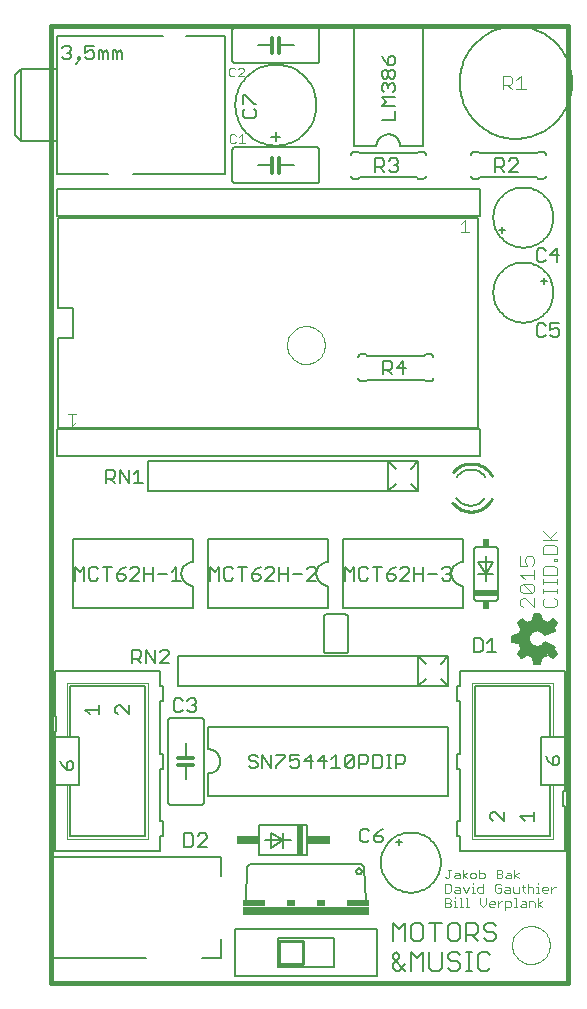
<source format=gto>
G75*
%MOIN*%
%OFA0B0*%
%FSLAX24Y24*%
%IPPOS*%
%LPD*%
%AMOC8*
5,1,8,0,0,1.08239X$1,22.5*
%
%ADD10C,0.0160*%
%ADD11C,0.0000*%
%ADD12C,0.0050*%
%ADD13C,0.0030*%
%ADD14C,0.0040*%
%ADD15C,0.0060*%
%ADD16C,0.0120*%
%ADD17C,0.0080*%
%ADD18C,0.0100*%
%ADD19R,0.4200X0.0300*%
%ADD20R,0.0750X0.0200*%
%ADD21R,0.0300X0.0200*%
%ADD22C,0.0020*%
%ADD23R,0.0200X0.1000*%
%ADD24R,0.0750X0.0300*%
%ADD25R,0.0800X0.0200*%
%ADD26R,0.0200X0.0250*%
D10*
X001330Y000595D02*
X001330Y032466D01*
X018575Y032466D01*
X018575Y000595D01*
X001330Y000595D01*
D11*
X009200Y021845D02*
X009202Y021895D01*
X009208Y021945D01*
X009218Y021994D01*
X009232Y022042D01*
X009249Y022089D01*
X009270Y022134D01*
X009295Y022178D01*
X009323Y022219D01*
X009355Y022258D01*
X009389Y022295D01*
X009426Y022329D01*
X009466Y022359D01*
X009508Y022386D01*
X009552Y022410D01*
X009598Y022431D01*
X009645Y022447D01*
X009693Y022460D01*
X009743Y022469D01*
X009792Y022474D01*
X009843Y022475D01*
X009893Y022472D01*
X009942Y022465D01*
X009991Y022454D01*
X010039Y022439D01*
X010085Y022421D01*
X010130Y022399D01*
X010173Y022373D01*
X010214Y022344D01*
X010253Y022312D01*
X010289Y022277D01*
X010321Y022239D01*
X010351Y022199D01*
X010378Y022156D01*
X010401Y022112D01*
X010420Y022066D01*
X010436Y022018D01*
X010448Y021969D01*
X010456Y021920D01*
X010460Y021870D01*
X010460Y021820D01*
X010456Y021770D01*
X010448Y021721D01*
X010436Y021672D01*
X010420Y021624D01*
X010401Y021578D01*
X010378Y021534D01*
X010351Y021491D01*
X010321Y021451D01*
X010289Y021413D01*
X010253Y021378D01*
X010214Y021346D01*
X010173Y021317D01*
X010130Y021291D01*
X010085Y021269D01*
X010039Y021251D01*
X009991Y021236D01*
X009942Y021225D01*
X009893Y021218D01*
X009843Y021215D01*
X009792Y021216D01*
X009743Y021221D01*
X009693Y021230D01*
X009645Y021243D01*
X009598Y021259D01*
X009552Y021280D01*
X009508Y021304D01*
X009466Y021331D01*
X009426Y021361D01*
X009389Y021395D01*
X009355Y021432D01*
X009323Y021471D01*
X009295Y021512D01*
X009270Y021556D01*
X009249Y021601D01*
X009232Y021648D01*
X009218Y021696D01*
X009208Y021745D01*
X009202Y021795D01*
X009200Y021845D01*
X016700Y001845D02*
X016702Y001895D01*
X016708Y001945D01*
X016718Y001994D01*
X016732Y002042D01*
X016749Y002089D01*
X016770Y002134D01*
X016795Y002178D01*
X016823Y002219D01*
X016855Y002258D01*
X016889Y002295D01*
X016926Y002329D01*
X016966Y002359D01*
X017008Y002386D01*
X017052Y002410D01*
X017098Y002431D01*
X017145Y002447D01*
X017193Y002460D01*
X017243Y002469D01*
X017292Y002474D01*
X017343Y002475D01*
X017393Y002472D01*
X017442Y002465D01*
X017491Y002454D01*
X017539Y002439D01*
X017585Y002421D01*
X017630Y002399D01*
X017673Y002373D01*
X017714Y002344D01*
X017753Y002312D01*
X017789Y002277D01*
X017821Y002239D01*
X017851Y002199D01*
X017878Y002156D01*
X017901Y002112D01*
X017920Y002066D01*
X017936Y002018D01*
X017948Y001969D01*
X017956Y001920D01*
X017960Y001870D01*
X017960Y001820D01*
X017956Y001770D01*
X017948Y001721D01*
X017936Y001672D01*
X017920Y001624D01*
X017901Y001578D01*
X017878Y001534D01*
X017851Y001491D01*
X017821Y001451D01*
X017789Y001413D01*
X017753Y001378D01*
X017714Y001346D01*
X017673Y001317D01*
X017630Y001291D01*
X017585Y001269D01*
X017539Y001251D01*
X017491Y001236D01*
X017442Y001225D01*
X017393Y001218D01*
X017343Y001215D01*
X017292Y001216D01*
X017243Y001221D01*
X017193Y001230D01*
X017145Y001243D01*
X017098Y001259D01*
X017052Y001280D01*
X017008Y001304D01*
X016966Y001331D01*
X016926Y001361D01*
X016889Y001395D01*
X016855Y001432D01*
X016823Y001471D01*
X016795Y001512D01*
X016770Y001556D01*
X016749Y001601D01*
X016732Y001648D01*
X016718Y001696D01*
X016708Y001745D01*
X016702Y001795D01*
X016700Y001845D01*
D12*
X016176Y002087D02*
X016074Y001985D01*
X015870Y001985D01*
X015769Y002087D01*
X015568Y001985D02*
X015364Y002189D01*
X015466Y002189D02*
X015161Y002189D01*
X015161Y001985D02*
X015161Y002596D01*
X015466Y002596D01*
X015568Y002494D01*
X015568Y002290D01*
X015466Y002189D01*
X015769Y002392D02*
X015870Y002290D01*
X016074Y002290D01*
X016176Y002189D01*
X016176Y002087D01*
X016176Y002494D02*
X016074Y002596D01*
X015870Y002596D01*
X015769Y002494D01*
X015769Y002392D01*
X015668Y001606D02*
X015566Y001504D01*
X015566Y001097D01*
X015668Y000995D01*
X015871Y000995D01*
X015973Y001097D01*
X015973Y001504D02*
X015871Y001606D01*
X015668Y001606D01*
X015364Y001606D02*
X015161Y001606D01*
X015263Y001606D02*
X015263Y000995D01*
X015364Y000995D02*
X015161Y000995D01*
X014960Y001097D02*
X014858Y000995D01*
X014655Y000995D01*
X014553Y001097D01*
X014352Y001097D02*
X014251Y000995D01*
X014047Y000995D01*
X013945Y001097D01*
X013945Y001606D01*
X013745Y001606D02*
X013745Y000995D01*
X013338Y000995D02*
X013338Y001606D01*
X013541Y001402D01*
X013745Y001606D01*
X013643Y001985D02*
X013439Y001985D01*
X013338Y002087D01*
X013338Y002494D01*
X013439Y002596D01*
X013643Y002596D01*
X013745Y002494D01*
X013745Y002087D01*
X013643Y001985D01*
X014149Y001985D02*
X014149Y002596D01*
X014352Y002596D02*
X013945Y002596D01*
X014553Y002494D02*
X014553Y002087D01*
X014655Y001985D01*
X014858Y001985D01*
X014960Y002087D01*
X014960Y002494D01*
X014858Y002596D01*
X014655Y002596D01*
X014553Y002494D01*
X014655Y001606D02*
X014553Y001504D01*
X014553Y001402D01*
X014655Y001300D01*
X014858Y001300D01*
X014960Y001199D01*
X014960Y001097D01*
X014960Y001504D02*
X014858Y001606D01*
X014655Y001606D01*
X014352Y001606D02*
X014352Y001097D01*
X013137Y001199D02*
X012934Y000995D01*
X012832Y000995D01*
X012730Y001097D01*
X012730Y001199D01*
X012934Y001402D01*
X012934Y001504D01*
X012832Y001606D01*
X012730Y001504D01*
X012730Y001402D01*
X013137Y000995D01*
X013137Y001985D02*
X013137Y002596D01*
X012934Y002392D01*
X012730Y002596D01*
X012730Y001985D01*
X011830Y003295D02*
X011780Y004445D01*
X011680Y004545D01*
X007980Y004545D01*
X007880Y004445D01*
X007830Y003295D01*
X006530Y005120D02*
X006230Y005120D01*
X006530Y005420D01*
X006530Y005495D01*
X006455Y005570D01*
X006305Y005570D01*
X006230Y005495D01*
X006070Y005495D02*
X005995Y005570D01*
X005770Y005570D01*
X005770Y005120D01*
X005995Y005120D01*
X006070Y005195D01*
X006070Y005495D01*
X007994Y007745D02*
X007919Y007820D01*
X007994Y007745D02*
X008145Y007745D01*
X008220Y007820D01*
X008220Y007895D01*
X008145Y007970D01*
X007994Y007970D01*
X007919Y008045D01*
X007919Y008120D01*
X007994Y008195D01*
X008145Y008195D01*
X008220Y008120D01*
X008380Y008195D02*
X008680Y007745D01*
X008680Y008195D01*
X008840Y008195D02*
X009140Y008195D01*
X009140Y008120D01*
X008840Y007820D01*
X008840Y007745D01*
X009301Y007820D02*
X009376Y007745D01*
X009526Y007745D01*
X009601Y007820D01*
X009601Y007970D01*
X009526Y008045D01*
X009451Y008045D01*
X009301Y007970D01*
X009301Y008195D01*
X009601Y008195D01*
X009761Y007970D02*
X010061Y007970D01*
X010221Y007970D02*
X010522Y007970D01*
X010682Y008045D02*
X010832Y008195D01*
X010832Y007745D01*
X010682Y007745D02*
X010982Y007745D01*
X011142Y007820D02*
X011142Y008120D01*
X011217Y008195D01*
X011367Y008195D01*
X011442Y008120D01*
X011142Y007820D01*
X011217Y007745D01*
X011367Y007745D01*
X011442Y007820D01*
X011442Y008120D01*
X011603Y008195D02*
X011828Y008195D01*
X011903Y008120D01*
X011903Y007970D01*
X011828Y007895D01*
X011603Y007895D01*
X011603Y007745D02*
X011603Y008195D01*
X012063Y008195D02*
X012063Y007745D01*
X012288Y007745D01*
X012363Y007820D01*
X012363Y008120D01*
X012288Y008195D01*
X012063Y008195D01*
X012523Y008195D02*
X012673Y008195D01*
X012598Y008195D02*
X012598Y007745D01*
X012523Y007745D02*
X012673Y007745D01*
X012830Y007745D02*
X012830Y008195D01*
X013055Y008195D01*
X013130Y008120D01*
X013130Y007970D01*
X013055Y007895D01*
X012830Y007895D01*
X012405Y005720D02*
X012255Y005645D01*
X012105Y005495D01*
X012330Y005495D01*
X012405Y005420D01*
X012405Y005345D01*
X012330Y005270D01*
X012180Y005270D01*
X012105Y005345D01*
X012105Y005495D01*
X011945Y005345D02*
X011870Y005270D01*
X011720Y005270D01*
X011645Y005345D01*
X011645Y005645D01*
X011720Y005720D01*
X011870Y005720D01*
X011945Y005645D01*
X011500Y004305D02*
X011502Y004325D01*
X011508Y004343D01*
X011517Y004361D01*
X011529Y004376D01*
X011544Y004388D01*
X011562Y004397D01*
X011580Y004403D01*
X011600Y004405D01*
X011620Y004403D01*
X011638Y004397D01*
X011656Y004388D01*
X011671Y004376D01*
X011683Y004361D01*
X011692Y004343D01*
X011698Y004325D01*
X011700Y004305D01*
X011698Y004285D01*
X011692Y004267D01*
X011683Y004249D01*
X011671Y004234D01*
X011656Y004222D01*
X011638Y004213D01*
X011620Y004207D01*
X011600Y004205D01*
X011580Y004207D01*
X011562Y004213D01*
X011544Y004222D01*
X011529Y004234D01*
X011517Y004249D01*
X011508Y004267D01*
X011502Y004285D01*
X011500Y004305D01*
X010447Y007745D02*
X010447Y008195D01*
X010221Y007970D01*
X009986Y007745D02*
X009986Y008195D01*
X009761Y007970D01*
X008380Y007745D02*
X008380Y008195D01*
X006180Y009695D02*
X006105Y009620D01*
X005955Y009620D01*
X005880Y009695D01*
X005720Y009695D02*
X005645Y009620D01*
X005495Y009620D01*
X005420Y009695D01*
X005420Y009995D01*
X005495Y010070D01*
X005645Y010070D01*
X005720Y009995D01*
X005880Y009995D02*
X005955Y010070D01*
X006105Y010070D01*
X006180Y009995D01*
X006180Y009920D01*
X006105Y009845D01*
X006180Y009770D01*
X006180Y009695D01*
X006105Y009845D02*
X006030Y009845D01*
X005260Y011245D02*
X004960Y011245D01*
X005260Y011545D01*
X005260Y011620D01*
X005185Y011695D01*
X005035Y011695D01*
X004960Y011620D01*
X004800Y011695D02*
X004800Y011245D01*
X004500Y011695D01*
X004500Y011245D01*
X004340Y011245D02*
X004190Y011395D01*
X004265Y011395D02*
X004039Y011395D01*
X004039Y011245D02*
X004039Y011695D01*
X004265Y011695D01*
X004340Y011620D01*
X004340Y011470D01*
X004265Y011395D01*
X003930Y009835D02*
X003930Y009535D01*
X003630Y009835D01*
X003555Y009835D01*
X003480Y009760D01*
X003480Y009610D01*
X003555Y009535D01*
X002930Y009535D02*
X002930Y009835D01*
X002930Y009685D02*
X002480Y009685D01*
X002630Y009535D01*
X002005Y007985D02*
X001930Y007985D01*
X001855Y007910D01*
X001855Y007685D01*
X002005Y007685D01*
X002080Y007760D01*
X002080Y007910D01*
X002005Y007985D01*
X001705Y007835D02*
X001855Y007685D01*
X001705Y007835D02*
X001630Y007985D01*
X002138Y013995D02*
X002138Y014445D01*
X002289Y014295D01*
X002439Y014445D01*
X002439Y013995D01*
X002599Y014070D02*
X002599Y014370D01*
X002674Y014445D01*
X002824Y014445D01*
X002899Y014370D01*
X003059Y014445D02*
X003359Y014445D01*
X003209Y014445D02*
X003209Y013995D01*
X002899Y014070D02*
X002824Y013995D01*
X002674Y013995D01*
X002599Y014070D01*
X003520Y014070D02*
X003595Y013995D01*
X003745Y013995D01*
X003820Y014070D01*
X003820Y014145D01*
X003745Y014220D01*
X003520Y014220D01*
X003520Y014070D01*
X003520Y014220D02*
X003670Y014370D01*
X003820Y014445D01*
X003980Y014370D02*
X004055Y014445D01*
X004205Y014445D01*
X004280Y014370D01*
X004280Y014295D01*
X003980Y013995D01*
X004280Y013995D01*
X004440Y013995D02*
X004440Y014445D01*
X004440Y014220D02*
X004741Y014220D01*
X004901Y014220D02*
X005201Y014220D01*
X005361Y014295D02*
X005511Y014445D01*
X005511Y013995D01*
X005361Y013995D02*
X005661Y013995D01*
X006638Y013995D02*
X006638Y014445D01*
X006789Y014295D01*
X006939Y014445D01*
X006939Y013995D01*
X007099Y014070D02*
X007174Y013995D01*
X007324Y013995D01*
X007399Y014070D01*
X007399Y014370D02*
X007324Y014445D01*
X007174Y014445D01*
X007099Y014370D01*
X007099Y014070D01*
X007559Y014445D02*
X007859Y014445D01*
X007709Y014445D02*
X007709Y013995D01*
X008020Y014070D02*
X008095Y013995D01*
X008245Y013995D01*
X008320Y014070D01*
X008320Y014145D01*
X008245Y014220D01*
X008020Y014220D01*
X008020Y014070D01*
X008020Y014220D02*
X008170Y014370D01*
X008320Y014445D01*
X008480Y014370D02*
X008555Y014445D01*
X008705Y014445D01*
X008780Y014370D01*
X008780Y014295D01*
X008480Y013995D01*
X008780Y013995D01*
X008940Y013995D02*
X008940Y014445D01*
X008940Y014220D02*
X009241Y014220D01*
X009401Y014220D02*
X009701Y014220D01*
X009861Y014370D02*
X009936Y014445D01*
X010086Y014445D01*
X010161Y014370D01*
X010161Y014295D01*
X009861Y013995D01*
X010161Y013995D01*
X011138Y013995D02*
X011138Y014445D01*
X011289Y014295D01*
X011439Y014445D01*
X011439Y013995D01*
X011599Y014070D02*
X011674Y013995D01*
X011824Y013995D01*
X011899Y014070D01*
X011899Y014370D02*
X011824Y014445D01*
X011674Y014445D01*
X011599Y014370D01*
X011599Y014070D01*
X012059Y014445D02*
X012359Y014445D01*
X012209Y014445D02*
X012209Y013995D01*
X012520Y014070D02*
X012595Y013995D01*
X012745Y013995D01*
X012820Y014070D01*
X012820Y014145D01*
X012745Y014220D01*
X012520Y014220D01*
X012520Y014070D01*
X012520Y014220D02*
X012670Y014370D01*
X012820Y014445D01*
X012980Y014370D02*
X013055Y014445D01*
X013205Y014445D01*
X013280Y014370D01*
X013280Y014295D01*
X012980Y013995D01*
X013280Y013995D01*
X013440Y013995D02*
X013440Y014445D01*
X013440Y014220D02*
X013741Y014220D01*
X013901Y014220D02*
X014201Y014220D01*
X014361Y014070D02*
X014436Y013995D01*
X014586Y013995D01*
X014661Y014070D01*
X014661Y014145D01*
X014586Y014220D01*
X014511Y014220D01*
X014586Y014220D02*
X014661Y014295D01*
X014661Y014370D01*
X014586Y014445D01*
X014436Y014445D01*
X014361Y014370D01*
X013741Y014445D02*
X013741Y013995D01*
X015420Y012070D02*
X015420Y011620D01*
X015645Y011620D01*
X015720Y011695D01*
X015720Y011995D01*
X015645Y012070D01*
X015420Y012070D01*
X015880Y011920D02*
X016030Y012070D01*
X016030Y011620D01*
X015880Y011620D02*
X016180Y011620D01*
X017830Y008145D02*
X017905Y007995D01*
X018055Y007845D01*
X018055Y008070D01*
X018130Y008145D01*
X018205Y008145D01*
X018280Y008070D01*
X018280Y007920D01*
X018205Y007845D01*
X018055Y007845D01*
X017430Y006295D02*
X017430Y005995D01*
X017430Y006145D02*
X016980Y006145D01*
X017130Y005995D01*
X016430Y005995D02*
X016130Y006295D01*
X016055Y006295D01*
X015980Y006220D01*
X015980Y006070D01*
X016055Y005995D01*
X016430Y005995D02*
X016430Y006295D01*
X009241Y013995D02*
X009241Y014445D01*
X012395Y020870D02*
X012395Y021320D01*
X012620Y021320D01*
X012695Y021245D01*
X012695Y021095D01*
X012620Y021020D01*
X012395Y021020D01*
X012545Y021020D02*
X012695Y020870D01*
X012855Y021095D02*
X013155Y021095D01*
X013080Y020870D02*
X013080Y021320D01*
X012855Y021095D01*
X012830Y027620D02*
X012680Y027620D01*
X012605Y027695D01*
X012445Y027620D02*
X012295Y027770D01*
X012370Y027770D02*
X012145Y027770D01*
X012145Y027620D02*
X012145Y028070D01*
X012370Y028070D01*
X012445Y027995D01*
X012445Y027845D01*
X012370Y027770D01*
X012605Y027995D02*
X012680Y028070D01*
X012830Y028070D01*
X012905Y027995D01*
X012905Y027920D01*
X012830Y027845D01*
X012905Y027770D01*
X012905Y027695D01*
X012830Y027620D01*
X012830Y027845D02*
X012755Y027845D01*
X012805Y029344D02*
X012355Y029344D01*
X012355Y029804D02*
X012505Y029955D01*
X012355Y030105D01*
X012805Y030105D01*
X012730Y030265D02*
X012805Y030340D01*
X012805Y030490D01*
X012730Y030565D01*
X012655Y030565D01*
X012580Y030490D01*
X012580Y030415D01*
X012580Y030490D02*
X012505Y030565D01*
X012430Y030565D01*
X012355Y030490D01*
X012355Y030340D01*
X012430Y030265D01*
X012430Y030725D02*
X012505Y030725D01*
X012580Y030800D01*
X012580Y030950D01*
X012655Y031025D01*
X012730Y031025D01*
X012805Y030950D01*
X012805Y030800D01*
X012730Y030725D01*
X012655Y030725D01*
X012580Y030800D01*
X012580Y030950D02*
X012505Y031025D01*
X012430Y031025D01*
X012355Y030950D01*
X012355Y030800D01*
X012430Y030725D01*
X012580Y031186D02*
X012580Y031411D01*
X012655Y031486D01*
X012730Y031486D01*
X012805Y031411D01*
X012805Y031261D01*
X012730Y031186D01*
X012580Y031186D01*
X012430Y031336D01*
X012355Y031486D01*
X012355Y029804D02*
X012805Y029804D01*
X012805Y029644D02*
X012805Y029344D01*
X016145Y028070D02*
X016145Y027620D01*
X016145Y027770D02*
X016370Y027770D01*
X016445Y027845D01*
X016445Y027995D01*
X016370Y028070D01*
X016145Y028070D01*
X016295Y027770D02*
X016445Y027620D01*
X016605Y027620D02*
X016905Y027920D01*
X016905Y027995D01*
X016830Y028070D01*
X016680Y028070D01*
X016605Y027995D01*
X016605Y027620D02*
X016905Y027620D01*
X017595Y025070D02*
X017520Y024995D01*
X017520Y024695D01*
X017595Y024620D01*
X017745Y024620D01*
X017820Y024695D01*
X017980Y024845D02*
X018280Y024845D01*
X018205Y024620D02*
X018205Y025070D01*
X017980Y024845D01*
X017820Y024995D02*
X017745Y025070D01*
X017595Y025070D01*
X017595Y022570D02*
X017520Y022495D01*
X017520Y022195D01*
X017595Y022120D01*
X017745Y022120D01*
X017820Y022195D01*
X017980Y022195D02*
X018055Y022120D01*
X018205Y022120D01*
X018280Y022195D01*
X018280Y022345D01*
X018205Y022420D01*
X018130Y022420D01*
X017980Y022345D01*
X017980Y022570D01*
X018280Y022570D01*
X017820Y022495D02*
X017745Y022570D01*
X017595Y022570D01*
X008180Y029485D02*
X008180Y029635D01*
X008105Y029710D01*
X008105Y029870D02*
X008180Y029870D01*
X008105Y029870D02*
X007805Y030170D01*
X007730Y030170D01*
X007730Y029870D01*
X007805Y029710D02*
X007730Y029635D01*
X007730Y029485D01*
X007805Y029410D01*
X008105Y029410D01*
X008180Y029485D01*
X003693Y031370D02*
X003693Y031595D01*
X003618Y031670D01*
X003543Y031595D01*
X003543Y031370D01*
X003393Y031370D02*
X003393Y031670D01*
X003468Y031670D01*
X003543Y031595D01*
X003233Y031595D02*
X003233Y031370D01*
X003083Y031370D02*
X003083Y031595D01*
X003158Y031670D01*
X003233Y031595D01*
X003083Y031595D02*
X003008Y031670D01*
X002933Y031670D01*
X002933Y031370D01*
X002773Y031445D02*
X002773Y031595D01*
X002698Y031670D01*
X002622Y031670D01*
X002472Y031595D01*
X002472Y031820D01*
X002773Y031820D01*
X002773Y031445D02*
X002698Y031370D01*
X002547Y031370D01*
X002472Y031445D01*
X002316Y031445D02*
X002240Y031445D01*
X002240Y031370D01*
X002316Y031370D01*
X002316Y031445D01*
X002316Y031370D02*
X002165Y031220D01*
X002005Y031445D02*
X001930Y031370D01*
X001780Y031370D01*
X001705Y031445D01*
X001855Y031595D02*
X001930Y031595D01*
X002005Y031520D01*
X002005Y031445D01*
X001930Y031595D02*
X002005Y031670D01*
X002005Y031745D01*
X001930Y031820D01*
X001780Y031820D01*
X001705Y031745D01*
X003164Y017695D02*
X003390Y017695D01*
X003465Y017620D01*
X003465Y017470D01*
X003390Y017395D01*
X003164Y017395D01*
X003164Y017245D02*
X003164Y017695D01*
X003315Y017395D02*
X003465Y017245D01*
X003625Y017245D02*
X003625Y017695D01*
X003925Y017245D01*
X003925Y017695D01*
X004085Y017545D02*
X004235Y017695D01*
X004235Y017245D01*
X004085Y017245D02*
X004385Y017245D01*
X004741Y014445D02*
X004741Y013995D01*
D13*
X002032Y019160D02*
X002032Y019563D01*
X001898Y019563D02*
X002167Y019563D01*
X002167Y019295D02*
X002032Y019160D01*
X007349Y028575D02*
X007300Y028623D01*
X007300Y028817D01*
X007349Y028865D01*
X007445Y028865D01*
X007494Y028817D01*
X007595Y028768D02*
X007692Y028865D01*
X007692Y028575D01*
X007788Y028575D02*
X007595Y028575D01*
X007494Y028623D02*
X007445Y028575D01*
X007349Y028575D01*
X007324Y030800D02*
X007420Y030800D01*
X007469Y030848D01*
X007570Y030800D02*
X007763Y030993D01*
X007763Y031042D01*
X007715Y031090D01*
X007618Y031090D01*
X007570Y031042D01*
X007469Y031042D02*
X007420Y031090D01*
X007324Y031090D01*
X007275Y031042D01*
X007275Y030848D01*
X007324Y030800D01*
X007570Y030800D02*
X007763Y030800D01*
X014993Y025895D02*
X015128Y026030D01*
X015128Y025627D01*
X015262Y025627D02*
X014993Y025627D01*
X015059Y004360D02*
X015059Y004070D01*
X015059Y004167D02*
X015204Y004263D01*
X015305Y004215D02*
X015305Y004118D01*
X015353Y004070D01*
X015450Y004070D01*
X015498Y004118D01*
X015498Y004215D01*
X015450Y004263D01*
X015353Y004263D01*
X015305Y004215D01*
X015204Y004070D02*
X015059Y004167D01*
X014958Y004167D02*
X014813Y004167D01*
X014765Y004118D01*
X014813Y004070D01*
X014958Y004070D01*
X014958Y004215D01*
X014910Y004263D01*
X014813Y004263D01*
X014663Y004360D02*
X014567Y004360D01*
X014615Y004360D02*
X014615Y004118D01*
X014567Y004070D01*
X014518Y004070D01*
X014470Y004118D01*
X014470Y003880D02*
X014615Y003880D01*
X014663Y003832D01*
X014663Y003638D01*
X014615Y003590D01*
X014470Y003590D01*
X014470Y003880D01*
X014813Y003783D02*
X014910Y003783D01*
X014958Y003735D01*
X014958Y003590D01*
X014813Y003590D01*
X014765Y003638D01*
X014813Y003687D01*
X014958Y003687D01*
X015059Y003783D02*
X015156Y003590D01*
X015253Y003783D01*
X015354Y003783D02*
X015402Y003783D01*
X015402Y003590D01*
X015354Y003590D02*
X015451Y003590D01*
X015550Y003638D02*
X015550Y003735D01*
X015599Y003783D01*
X015744Y003783D01*
X015744Y003880D02*
X015744Y003590D01*
X015599Y003590D01*
X015550Y003638D01*
X015649Y003400D02*
X015649Y003207D01*
X015745Y003110D01*
X015842Y003207D01*
X015842Y003400D01*
X015943Y003255D02*
X015992Y003303D01*
X016088Y003303D01*
X016137Y003255D01*
X016137Y003207D01*
X015943Y003207D01*
X015943Y003255D02*
X015943Y003158D01*
X015992Y003110D01*
X016088Y003110D01*
X016238Y003110D02*
X016238Y003303D01*
X016238Y003207D02*
X016335Y003303D01*
X016383Y003303D01*
X016483Y003303D02*
X016629Y003303D01*
X016677Y003255D01*
X016677Y003158D01*
X016629Y003110D01*
X016483Y003110D01*
X016483Y003013D02*
X016483Y003303D01*
X016483Y003590D02*
X016434Y003638D01*
X016483Y003687D01*
X016628Y003687D01*
X016628Y003735D02*
X016628Y003590D01*
X016483Y003590D01*
X016333Y003638D02*
X016333Y003735D01*
X016236Y003735D01*
X016140Y003638D02*
X016188Y003590D01*
X016285Y003590D01*
X016333Y003638D01*
X016140Y003638D02*
X016140Y003832D01*
X016188Y003880D01*
X016285Y003880D01*
X016333Y003832D01*
X016483Y003783D02*
X016579Y003783D01*
X016628Y003735D01*
X016729Y003783D02*
X016729Y003638D01*
X016777Y003590D01*
X016922Y003590D01*
X016922Y003783D01*
X017024Y003783D02*
X017120Y003783D01*
X017072Y003832D02*
X017072Y003638D01*
X017120Y003590D01*
X017220Y003590D02*
X017220Y003880D01*
X017268Y003783D02*
X017220Y003735D01*
X017268Y003783D02*
X017365Y003783D01*
X017414Y003735D01*
X017414Y003590D01*
X017515Y003590D02*
X017611Y003590D01*
X017563Y003590D02*
X017563Y003783D01*
X017515Y003783D01*
X017563Y003880D02*
X017563Y003929D01*
X017711Y003735D02*
X017711Y003638D01*
X017760Y003590D01*
X017856Y003590D01*
X017905Y003687D02*
X017711Y003687D01*
X017711Y003735D02*
X017760Y003783D01*
X017856Y003783D01*
X017905Y003735D01*
X017905Y003687D01*
X018006Y003687D02*
X018103Y003783D01*
X018151Y003783D01*
X018006Y003783D02*
X018006Y003590D01*
X017709Y003303D02*
X017564Y003207D01*
X017709Y003110D01*
X017564Y003110D02*
X017564Y003400D01*
X017463Y003255D02*
X017414Y003303D01*
X017269Y003303D01*
X017269Y003110D01*
X017168Y003110D02*
X017023Y003110D01*
X016975Y003158D01*
X017023Y003207D01*
X017168Y003207D01*
X017168Y003255D02*
X017168Y003110D01*
X017168Y003255D02*
X017120Y003303D01*
X017023Y003303D01*
X016826Y003400D02*
X016826Y003110D01*
X016778Y003110D02*
X016875Y003110D01*
X016826Y003400D02*
X016778Y003400D01*
X016778Y004070D02*
X016778Y004360D01*
X016923Y004263D02*
X016778Y004167D01*
X016923Y004070D01*
X016677Y004070D02*
X016532Y004070D01*
X016483Y004118D01*
X016532Y004167D01*
X016677Y004167D01*
X016677Y004215D02*
X016677Y004070D01*
X016677Y004215D02*
X016629Y004263D01*
X016532Y004263D01*
X016382Y004263D02*
X016334Y004215D01*
X016189Y004215D01*
X016334Y004215D02*
X016382Y004167D01*
X016382Y004118D01*
X016334Y004070D01*
X016189Y004070D01*
X016189Y004360D01*
X016334Y004360D01*
X016382Y004312D01*
X016382Y004263D01*
X015793Y004215D02*
X015745Y004263D01*
X015599Y004263D01*
X015599Y004360D02*
X015599Y004070D01*
X015745Y004070D01*
X015793Y004118D01*
X015793Y004215D01*
X015402Y003929D02*
X015402Y003880D01*
X015206Y003400D02*
X015206Y003110D01*
X015158Y003110D02*
X015254Y003110D01*
X015058Y003110D02*
X014961Y003110D01*
X015009Y003110D02*
X015009Y003400D01*
X014961Y003400D01*
X014813Y003400D02*
X014813Y003449D01*
X014813Y003303D02*
X014813Y003110D01*
X014765Y003110D02*
X014861Y003110D01*
X014813Y003303D02*
X014765Y003303D01*
X014663Y003303D02*
X014615Y003255D01*
X014470Y003255D01*
X014470Y003110D02*
X014615Y003110D01*
X014663Y003158D01*
X014663Y003207D01*
X014615Y003255D01*
X014663Y003303D02*
X014663Y003352D01*
X014615Y003400D01*
X014470Y003400D01*
X014470Y003110D01*
X015158Y003400D02*
X015206Y003400D01*
X017463Y003255D02*
X017463Y003110D01*
D14*
X017435Y013115D02*
X017128Y013422D01*
X017051Y013422D01*
X016975Y013345D01*
X016975Y013192D01*
X017051Y013115D01*
X017435Y013115D02*
X017435Y013422D01*
X017358Y013575D02*
X017051Y013882D01*
X017358Y013882D01*
X017435Y013806D01*
X017435Y013652D01*
X017358Y013575D01*
X017051Y013575D01*
X016975Y013652D01*
X016975Y013806D01*
X017051Y013882D01*
X017128Y014036D02*
X016975Y014189D01*
X017435Y014189D01*
X017435Y014036D02*
X017435Y014343D01*
X017358Y014496D02*
X017435Y014573D01*
X017435Y014726D01*
X017358Y014803D01*
X017205Y014803D01*
X017128Y014726D01*
X017128Y014650D01*
X017205Y014496D01*
X016975Y014496D01*
X016975Y014803D01*
X017725Y014880D02*
X017725Y015110D01*
X017801Y015187D01*
X018108Y015187D01*
X018185Y015110D01*
X018185Y014880D01*
X017725Y014880D01*
X017801Y014496D02*
X017725Y014419D01*
X017725Y014189D01*
X018185Y014189D01*
X018185Y014419D01*
X018108Y014496D01*
X017801Y014496D01*
X017725Y014036D02*
X017725Y013882D01*
X017725Y013959D02*
X018185Y013959D01*
X018185Y013882D02*
X018185Y014036D01*
X018185Y013729D02*
X018185Y013575D01*
X018185Y013652D02*
X017725Y013652D01*
X017725Y013575D02*
X017725Y013729D01*
X017801Y013422D02*
X017725Y013345D01*
X017725Y013192D01*
X017801Y013115D01*
X018108Y013115D01*
X018185Y013192D01*
X018185Y013345D01*
X018108Y013422D01*
X018108Y014650D02*
X018108Y014726D01*
X018185Y014726D01*
X018185Y014650D01*
X018108Y014650D01*
X018032Y015340D02*
X017725Y015647D01*
X017725Y015340D02*
X018185Y015340D01*
X017955Y015417D02*
X018185Y015647D01*
X017157Y030365D02*
X016850Y030365D01*
X017003Y030365D02*
X017003Y030825D01*
X016850Y030672D01*
X016697Y030749D02*
X016697Y030595D01*
X016620Y030518D01*
X016390Y030518D01*
X016390Y030365D02*
X016390Y030825D01*
X016620Y030825D01*
X016697Y030749D01*
X016543Y030518D02*
X016697Y030365D01*
D15*
X017580Y028295D02*
X017730Y028295D01*
X017747Y028293D01*
X017764Y028289D01*
X017780Y028282D01*
X017794Y028272D01*
X017807Y028259D01*
X017817Y028245D01*
X017824Y028229D01*
X017828Y028212D01*
X017830Y028195D01*
X017580Y028295D02*
X017530Y028245D01*
X015630Y028245D01*
X015580Y028295D01*
X015430Y028295D01*
X015413Y028293D01*
X015396Y028289D01*
X015380Y028282D01*
X015366Y028272D01*
X015353Y028259D01*
X015343Y028245D01*
X015336Y028229D01*
X015332Y028212D01*
X015330Y028195D01*
X015330Y027495D02*
X015332Y027478D01*
X015336Y027461D01*
X015343Y027445D01*
X015353Y027431D01*
X015366Y027418D01*
X015380Y027408D01*
X015396Y027401D01*
X015413Y027397D01*
X015430Y027395D01*
X015580Y027395D01*
X015630Y027445D01*
X017530Y027445D01*
X017580Y027395D01*
X017730Y027395D01*
X017747Y027397D01*
X017764Y027401D01*
X017780Y027408D01*
X017794Y027418D01*
X017807Y027431D01*
X017817Y027445D01*
X017824Y027461D01*
X017828Y027478D01*
X017830Y027495D01*
X016080Y026095D02*
X016082Y026158D01*
X016088Y026220D01*
X016098Y026282D01*
X016111Y026344D01*
X016129Y026404D01*
X016150Y026463D01*
X016175Y026521D01*
X016204Y026577D01*
X016236Y026631D01*
X016271Y026683D01*
X016309Y026732D01*
X016351Y026780D01*
X016395Y026824D01*
X016443Y026866D01*
X016492Y026904D01*
X016544Y026939D01*
X016598Y026971D01*
X016654Y027000D01*
X016712Y027025D01*
X016771Y027046D01*
X016831Y027064D01*
X016893Y027077D01*
X016955Y027087D01*
X017017Y027093D01*
X017080Y027095D01*
X017143Y027093D01*
X017205Y027087D01*
X017267Y027077D01*
X017329Y027064D01*
X017389Y027046D01*
X017448Y027025D01*
X017506Y027000D01*
X017562Y026971D01*
X017616Y026939D01*
X017668Y026904D01*
X017717Y026866D01*
X017765Y026824D01*
X017809Y026780D01*
X017851Y026732D01*
X017889Y026683D01*
X017924Y026631D01*
X017956Y026577D01*
X017985Y026521D01*
X018010Y026463D01*
X018031Y026404D01*
X018049Y026344D01*
X018062Y026282D01*
X018072Y026220D01*
X018078Y026158D01*
X018080Y026095D01*
X018078Y026032D01*
X018072Y025970D01*
X018062Y025908D01*
X018049Y025846D01*
X018031Y025786D01*
X018010Y025727D01*
X017985Y025669D01*
X017956Y025613D01*
X017924Y025559D01*
X017889Y025507D01*
X017851Y025458D01*
X017809Y025410D01*
X017765Y025366D01*
X017717Y025324D01*
X017668Y025286D01*
X017616Y025251D01*
X017562Y025219D01*
X017506Y025190D01*
X017448Y025165D01*
X017389Y025144D01*
X017329Y025126D01*
X017267Y025113D01*
X017205Y025103D01*
X017143Y025097D01*
X017080Y025095D01*
X017017Y025097D01*
X016955Y025103D01*
X016893Y025113D01*
X016831Y025126D01*
X016771Y025144D01*
X016712Y025165D01*
X016654Y025190D01*
X016598Y025219D01*
X016544Y025251D01*
X016492Y025286D01*
X016443Y025324D01*
X016395Y025366D01*
X016351Y025410D01*
X016309Y025458D01*
X016271Y025507D01*
X016236Y025559D01*
X016204Y025613D01*
X016175Y025669D01*
X016150Y025727D01*
X016129Y025786D01*
X016111Y025846D01*
X016098Y025908D01*
X016088Y025970D01*
X016082Y026032D01*
X016080Y026095D01*
X016280Y025695D02*
X016480Y025695D01*
X016380Y025595D02*
X016380Y025795D01*
X017780Y024095D02*
X017780Y023895D01*
X017680Y023995D02*
X017880Y023995D01*
X016080Y023595D02*
X016082Y023658D01*
X016088Y023720D01*
X016098Y023782D01*
X016111Y023844D01*
X016129Y023904D01*
X016150Y023963D01*
X016175Y024021D01*
X016204Y024077D01*
X016236Y024131D01*
X016271Y024183D01*
X016309Y024232D01*
X016351Y024280D01*
X016395Y024324D01*
X016443Y024366D01*
X016492Y024404D01*
X016544Y024439D01*
X016598Y024471D01*
X016654Y024500D01*
X016712Y024525D01*
X016771Y024546D01*
X016831Y024564D01*
X016893Y024577D01*
X016955Y024587D01*
X017017Y024593D01*
X017080Y024595D01*
X017143Y024593D01*
X017205Y024587D01*
X017267Y024577D01*
X017329Y024564D01*
X017389Y024546D01*
X017448Y024525D01*
X017506Y024500D01*
X017562Y024471D01*
X017616Y024439D01*
X017668Y024404D01*
X017717Y024366D01*
X017765Y024324D01*
X017809Y024280D01*
X017851Y024232D01*
X017889Y024183D01*
X017924Y024131D01*
X017956Y024077D01*
X017985Y024021D01*
X018010Y023963D01*
X018031Y023904D01*
X018049Y023844D01*
X018062Y023782D01*
X018072Y023720D01*
X018078Y023658D01*
X018080Y023595D01*
X018078Y023532D01*
X018072Y023470D01*
X018062Y023408D01*
X018049Y023346D01*
X018031Y023286D01*
X018010Y023227D01*
X017985Y023169D01*
X017956Y023113D01*
X017924Y023059D01*
X017889Y023007D01*
X017851Y022958D01*
X017809Y022910D01*
X017765Y022866D01*
X017717Y022824D01*
X017668Y022786D01*
X017616Y022751D01*
X017562Y022719D01*
X017506Y022690D01*
X017448Y022665D01*
X017389Y022644D01*
X017329Y022626D01*
X017267Y022613D01*
X017205Y022603D01*
X017143Y022597D01*
X017080Y022595D01*
X017017Y022597D01*
X016955Y022603D01*
X016893Y022613D01*
X016831Y022626D01*
X016771Y022644D01*
X016712Y022665D01*
X016654Y022690D01*
X016598Y022719D01*
X016544Y022751D01*
X016492Y022786D01*
X016443Y022824D01*
X016395Y022866D01*
X016351Y022910D01*
X016309Y022958D01*
X016271Y023007D01*
X016236Y023059D01*
X016204Y023113D01*
X016175Y023169D01*
X016150Y023227D01*
X016129Y023286D01*
X016111Y023346D01*
X016098Y023408D01*
X016088Y023470D01*
X016082Y023532D01*
X016080Y023595D01*
X013980Y021545D02*
X013830Y021545D01*
X013780Y021495D01*
X011880Y021495D01*
X011830Y021545D01*
X011680Y021545D01*
X011663Y021543D01*
X011646Y021539D01*
X011630Y021532D01*
X011616Y021522D01*
X011603Y021509D01*
X011593Y021495D01*
X011586Y021479D01*
X011582Y021462D01*
X011580Y021445D01*
X011580Y020745D02*
X011582Y020728D01*
X011586Y020711D01*
X011593Y020695D01*
X011603Y020681D01*
X011616Y020668D01*
X011630Y020658D01*
X011646Y020651D01*
X011663Y020647D01*
X011680Y020645D01*
X011830Y020645D01*
X011880Y020695D01*
X013780Y020695D01*
X013830Y020645D01*
X013980Y020645D01*
X013997Y020647D01*
X014014Y020651D01*
X014030Y020658D01*
X014044Y020668D01*
X014057Y020681D01*
X014067Y020695D01*
X014074Y020711D01*
X014078Y020728D01*
X014080Y020745D01*
X014080Y021445D02*
X014078Y021462D01*
X014074Y021479D01*
X014067Y021495D01*
X014057Y021509D01*
X014044Y021522D01*
X014030Y021532D01*
X014014Y021539D01*
X013997Y021543D01*
X013980Y021545D01*
X013580Y017970D02*
X012580Y017970D01*
X004580Y017970D01*
X004580Y016970D01*
X012580Y016970D01*
X013580Y016970D01*
X013330Y017220D01*
X013580Y016970D02*
X013580Y017970D01*
X013330Y017720D01*
X012830Y017720D02*
X012580Y017970D01*
X012580Y016970D01*
X012830Y017220D01*
X011080Y015370D02*
X011080Y013070D01*
X015080Y013070D01*
X015080Y013820D01*
X015041Y013822D01*
X015002Y013828D01*
X014964Y013837D01*
X014927Y013850D01*
X014891Y013867D01*
X014858Y013887D01*
X014826Y013911D01*
X014797Y013937D01*
X014771Y013966D01*
X014747Y013998D01*
X014727Y014031D01*
X014710Y014067D01*
X014697Y014104D01*
X014688Y014142D01*
X014682Y014181D01*
X014680Y014220D01*
X014682Y014259D01*
X014688Y014298D01*
X014697Y014336D01*
X014710Y014373D01*
X014727Y014409D01*
X014747Y014442D01*
X014771Y014474D01*
X014797Y014503D01*
X014826Y014529D01*
X014858Y014553D01*
X014891Y014573D01*
X014927Y014590D01*
X014964Y014603D01*
X015002Y014612D01*
X015041Y014618D01*
X015080Y014620D01*
X015080Y015370D01*
X011080Y015370D01*
X010580Y015370D02*
X010580Y014620D01*
X010541Y014618D01*
X010502Y014612D01*
X010464Y014603D01*
X010427Y014590D01*
X010391Y014573D01*
X010358Y014553D01*
X010326Y014529D01*
X010297Y014503D01*
X010271Y014474D01*
X010247Y014442D01*
X010227Y014409D01*
X010210Y014373D01*
X010197Y014336D01*
X010188Y014298D01*
X010182Y014259D01*
X010180Y014220D01*
X010182Y014181D01*
X010188Y014142D01*
X010197Y014104D01*
X010210Y014067D01*
X010227Y014031D01*
X010247Y013998D01*
X010271Y013966D01*
X010297Y013937D01*
X010326Y013911D01*
X010358Y013887D01*
X010391Y013867D01*
X010427Y013850D01*
X010464Y013837D01*
X010502Y013828D01*
X010541Y013822D01*
X010580Y013820D01*
X010580Y013070D01*
X006580Y013070D01*
X006580Y015370D01*
X010580Y015370D01*
X010530Y012870D02*
X011130Y012870D01*
X011147Y012868D01*
X011164Y012864D01*
X011180Y012857D01*
X011194Y012847D01*
X011207Y012834D01*
X011217Y012820D01*
X011224Y012804D01*
X011228Y012787D01*
X011230Y012770D01*
X011230Y011670D01*
X011228Y011653D01*
X011224Y011636D01*
X011217Y011620D01*
X011207Y011606D01*
X011194Y011593D01*
X011180Y011583D01*
X011164Y011576D01*
X011147Y011572D01*
X011130Y011570D01*
X010530Y011570D01*
X010513Y011572D01*
X010496Y011576D01*
X010480Y011583D01*
X010466Y011593D01*
X010453Y011606D01*
X010443Y011620D01*
X010436Y011636D01*
X010432Y011653D01*
X010430Y011670D01*
X010430Y012770D01*
X010432Y012787D01*
X010436Y012804D01*
X010443Y012820D01*
X010453Y012834D01*
X010466Y012847D01*
X010480Y012857D01*
X010496Y012864D01*
X010513Y012868D01*
X010530Y012870D01*
X013580Y011470D02*
X013580Y010470D01*
X014580Y010470D01*
X014330Y010720D01*
X014580Y010470D02*
X014580Y011470D01*
X013580Y011470D01*
X005580Y011470D01*
X005580Y010470D01*
X013580Y010470D01*
X013830Y010720D01*
X013830Y011220D02*
X013580Y011470D01*
X014330Y011220D02*
X014580Y011470D01*
X014955Y010970D02*
X014955Y010470D01*
X014855Y010470D01*
X014855Y009970D01*
X014955Y009970D01*
X014955Y008220D01*
X014855Y008220D01*
X014855Y007720D01*
X014955Y007720D01*
X014955Y005970D01*
X014855Y005970D01*
X014855Y005470D01*
X014955Y005470D01*
X014955Y004970D01*
X018455Y004970D01*
X018455Y006470D01*
X018405Y006470D01*
X018405Y006970D01*
X018455Y006970D01*
X018455Y007170D01*
X018055Y007170D01*
X017955Y007170D01*
X017955Y005470D01*
X015455Y005470D01*
X015455Y010470D01*
X017955Y010470D01*
X017955Y008770D01*
X018055Y008770D01*
X018455Y008770D01*
X018455Y007170D01*
X017955Y007170D02*
X017655Y007170D01*
X017655Y008770D01*
X017955Y008770D01*
X018455Y008770D02*
X018455Y010970D01*
X014955Y010970D01*
X014580Y009120D02*
X014580Y006820D01*
X006580Y006820D01*
X006580Y007570D01*
X006619Y007572D01*
X006658Y007578D01*
X006696Y007587D01*
X006733Y007600D01*
X006769Y007617D01*
X006802Y007637D01*
X006834Y007661D01*
X006863Y007687D01*
X006889Y007716D01*
X006913Y007748D01*
X006933Y007781D01*
X006950Y007817D01*
X006963Y007854D01*
X006972Y007892D01*
X006978Y007931D01*
X006980Y007970D01*
X006978Y008009D01*
X006972Y008048D01*
X006963Y008086D01*
X006950Y008123D01*
X006933Y008159D01*
X006913Y008192D01*
X006889Y008224D01*
X006863Y008253D01*
X006834Y008279D01*
X006802Y008303D01*
X006769Y008323D01*
X006733Y008340D01*
X006696Y008353D01*
X006658Y008362D01*
X006619Y008368D01*
X006580Y008370D01*
X006580Y009120D01*
X014580Y009120D01*
X016705Y011960D02*
X016705Y012150D01*
X016945Y012200D01*
X016959Y012178D02*
X017284Y012178D01*
X017255Y012120D02*
X017255Y011920D01*
X017405Y011770D01*
X017705Y011770D01*
X017805Y011920D01*
X018055Y011770D01*
X018055Y011720D01*
X018155Y011570D01*
X018055Y011470D01*
X017905Y011570D01*
X017655Y011470D01*
X017605Y011270D01*
X017455Y011270D01*
X017455Y011470D01*
X017205Y011570D01*
X017005Y011420D01*
X016905Y011570D01*
X017055Y011720D01*
X016955Y011920D01*
X016755Y011970D01*
X016755Y012120D01*
X016955Y012170D01*
X017055Y012370D01*
X016905Y012570D01*
X017005Y012670D01*
X017205Y012570D01*
X017455Y012670D01*
X017455Y012870D01*
X017605Y012870D01*
X017655Y012620D01*
X017905Y012570D01*
X018055Y012670D01*
X018155Y012570D01*
X018055Y012420D01*
X018105Y012320D01*
X017805Y012220D01*
X017605Y012370D01*
X017355Y012320D01*
X017255Y012120D01*
X016755Y012120D01*
X016755Y012061D02*
X017255Y012061D01*
X017255Y012003D02*
X016755Y012003D01*
X016705Y011960D02*
X016945Y011910D01*
X016972Y011886D02*
X017289Y011886D01*
X017255Y011944D02*
X016859Y011944D01*
X017001Y011827D02*
X017348Y011827D01*
X017701Y011442D02*
X017748Y011457D01*
X017794Y011475D01*
X017838Y011497D01*
X017880Y011522D01*
X017885Y011520D02*
X018065Y011400D01*
X018205Y011540D01*
X018085Y011720D01*
X018125Y011790D01*
X017785Y011940D01*
X017782Y011886D02*
X017862Y011886D01*
X017960Y011827D02*
X017743Y011827D01*
X017019Y011732D02*
X016996Y011774D01*
X016977Y011817D01*
X016960Y011862D01*
X016948Y011908D01*
X017031Y011769D02*
X018055Y011769D01*
X018062Y011710D02*
X017045Y011710D01*
X017015Y011730D02*
X016885Y011540D01*
X017025Y011400D01*
X017215Y011530D01*
X017158Y011535D02*
X016929Y011535D01*
X016928Y011593D02*
X018140Y011593D01*
X018120Y011535D02*
X017958Y011535D01*
X018046Y011476D02*
X018061Y011476D01*
X018101Y011652D02*
X016987Y011652D01*
X016968Y011476D02*
X017080Y011476D01*
X017294Y011535D02*
X017816Y011535D01*
X017670Y011476D02*
X017440Y011476D01*
X017405Y011450D02*
X017445Y011220D01*
X017645Y011220D01*
X017685Y011440D01*
X017642Y011418D02*
X017455Y011418D01*
X017455Y011359D02*
X017627Y011359D01*
X017613Y011301D02*
X017455Y011301D01*
X017883Y012589D02*
X017846Y012611D01*
X017807Y012630D01*
X017767Y012646D01*
X017726Y012659D01*
X017684Y012669D01*
X017685Y012670D02*
X017645Y012890D01*
X017445Y012890D01*
X017405Y012670D01*
X017395Y012646D02*
X017650Y012646D01*
X017638Y012705D02*
X017455Y012705D01*
X017455Y012763D02*
X017626Y012763D01*
X017615Y012822D02*
X017455Y012822D01*
X017249Y012588D02*
X017817Y012588D01*
X017885Y012590D02*
X018065Y012720D01*
X018205Y012580D01*
X018085Y012400D01*
X018125Y012320D01*
X017785Y012180D01*
X017783Y012237D02*
X017855Y012237D01*
X017705Y012295D02*
X018030Y012295D01*
X018088Y012354D02*
X017627Y012354D01*
X017523Y012354D02*
X017047Y012354D01*
X017015Y012380D02*
X016885Y012580D01*
X017025Y012720D01*
X017215Y012580D01*
X017170Y012588D02*
X016923Y012588D01*
X016936Y012529D02*
X018128Y012529D01*
X018137Y012588D02*
X017931Y012588D01*
X018019Y012646D02*
X018079Y012646D01*
X018089Y012471D02*
X016980Y012471D01*
X017023Y012412D02*
X018059Y012412D01*
X017405Y012672D02*
X017365Y012660D01*
X017326Y012645D01*
X017288Y012627D01*
X017252Y012607D01*
X017217Y012585D01*
X017053Y012646D02*
X016981Y012646D01*
X017018Y012295D02*
X017343Y012295D01*
X017313Y012237D02*
X016988Y012237D01*
X017785Y012180D02*
X017769Y012208D01*
X017750Y012235D01*
X017728Y012258D01*
X017703Y012279D01*
X017675Y012297D01*
X017646Y012312D01*
X017615Y012322D01*
X017584Y012330D01*
X017551Y012333D01*
X017519Y012332D01*
X017486Y012328D01*
X017455Y012319D01*
X017425Y012307D01*
X017396Y012292D01*
X017369Y012273D01*
X017345Y012251D01*
X017324Y012227D01*
X017305Y012200D01*
X017290Y012171D01*
X017279Y012140D01*
X017271Y012109D01*
X017267Y012076D01*
X017267Y012044D01*
X017271Y012011D01*
X017279Y011980D01*
X017290Y011949D01*
X017305Y011920D01*
X017324Y011893D01*
X017345Y011869D01*
X017369Y011847D01*
X017396Y011828D01*
X017425Y011813D01*
X017455Y011801D01*
X017486Y011792D01*
X017519Y011788D01*
X017551Y011787D01*
X017584Y011790D01*
X017615Y011798D01*
X017646Y011808D01*
X017675Y011823D01*
X017703Y011841D01*
X017728Y011862D01*
X017750Y011885D01*
X017769Y011912D01*
X017785Y011940D01*
X017403Y011448D02*
X017363Y011459D01*
X017324Y011473D01*
X017287Y011489D01*
X017250Y011508D01*
X017215Y011529D01*
X016944Y012200D02*
X016956Y012246D01*
X016972Y012292D01*
X016992Y012336D01*
X017015Y012379D01*
X016230Y013420D02*
X016230Y015020D01*
X016228Y015037D01*
X016224Y015054D01*
X016217Y015070D01*
X016207Y015084D01*
X016194Y015097D01*
X016180Y015107D01*
X016164Y015114D01*
X016147Y015118D01*
X016130Y015120D01*
X015530Y015120D01*
X015513Y015118D01*
X015496Y015114D01*
X015480Y015107D01*
X015466Y015097D01*
X015453Y015084D01*
X015443Y015070D01*
X015436Y015054D01*
X015432Y015037D01*
X015430Y015020D01*
X015430Y013420D01*
X015432Y013403D01*
X015436Y013386D01*
X015443Y013370D01*
X015453Y013356D01*
X015466Y013343D01*
X015480Y013333D01*
X015496Y013326D01*
X015513Y013322D01*
X015530Y013320D01*
X016130Y013320D01*
X016147Y013322D01*
X016164Y013326D01*
X016180Y013333D01*
X016194Y013343D01*
X016207Y013356D01*
X016217Y013370D01*
X016224Y013386D01*
X016228Y013403D01*
X016230Y013420D01*
X015830Y013970D02*
X015830Y014220D01*
X016080Y014220D01*
X015830Y014220D02*
X015580Y014220D01*
X015830Y014220D02*
X015580Y014620D01*
X016080Y014620D01*
X015830Y014220D01*
X015830Y014820D01*
X015330Y016495D02*
X015283Y016497D01*
X015235Y016503D01*
X015189Y016512D01*
X015143Y016525D01*
X015099Y016541D01*
X015055Y016562D01*
X015014Y016585D01*
X014975Y016611D01*
X014938Y016641D01*
X014903Y016674D01*
X014871Y016709D01*
X014842Y016746D01*
X015330Y017695D02*
X015375Y017693D01*
X015421Y017688D01*
X015465Y017680D01*
X015509Y017668D01*
X015552Y017652D01*
X015594Y017634D01*
X015634Y017612D01*
X015672Y017588D01*
X015708Y017561D01*
X015743Y017531D01*
X015774Y017498D01*
X015804Y017463D01*
X015330Y017695D02*
X015285Y017693D01*
X015239Y017688D01*
X015195Y017680D01*
X015151Y017668D01*
X015108Y017652D01*
X015066Y017634D01*
X015026Y017612D01*
X014988Y017588D01*
X014952Y017561D01*
X014917Y017531D01*
X014886Y017498D01*
X014856Y017463D01*
X015330Y016495D02*
X015376Y016497D01*
X015422Y016502D01*
X015468Y016511D01*
X015513Y016523D01*
X015556Y016539D01*
X015598Y016558D01*
X015639Y016581D01*
X015678Y016606D01*
X015714Y016634D01*
X015749Y016665D01*
X015781Y016699D01*
X015810Y016735D01*
X013730Y027395D02*
X013580Y027395D01*
X013530Y027445D01*
X011630Y027445D01*
X011580Y027395D01*
X011430Y027395D01*
X011413Y027397D01*
X011396Y027401D01*
X011380Y027408D01*
X011366Y027418D01*
X011353Y027431D01*
X011343Y027445D01*
X011336Y027461D01*
X011332Y027478D01*
X011330Y027495D01*
X011330Y028195D02*
X011332Y028212D01*
X011336Y028229D01*
X011343Y028245D01*
X011353Y028259D01*
X011366Y028272D01*
X011380Y028282D01*
X011396Y028289D01*
X011413Y028293D01*
X011430Y028295D01*
X011580Y028295D01*
X011630Y028245D01*
X013530Y028245D01*
X013580Y028295D01*
X013730Y028295D01*
X013747Y028293D01*
X013764Y028289D01*
X013780Y028282D01*
X013794Y028272D01*
X013807Y028259D01*
X013817Y028245D01*
X013824Y028229D01*
X013828Y028212D01*
X013830Y028195D01*
X013730Y028470D02*
X012980Y028470D01*
X012978Y028509D01*
X012972Y028548D01*
X012963Y028586D01*
X012950Y028623D01*
X012933Y028659D01*
X012913Y028692D01*
X012889Y028724D01*
X012863Y028753D01*
X012834Y028779D01*
X012802Y028803D01*
X012769Y028823D01*
X012733Y028840D01*
X012696Y028853D01*
X012658Y028862D01*
X012619Y028868D01*
X012580Y028870D01*
X012541Y028868D01*
X012502Y028862D01*
X012464Y028853D01*
X012427Y028840D01*
X012391Y028823D01*
X012358Y028803D01*
X012326Y028779D01*
X012297Y028753D01*
X012271Y028724D01*
X012247Y028692D01*
X012227Y028659D01*
X012210Y028623D01*
X012197Y028586D01*
X012188Y028548D01*
X012182Y028509D01*
X012180Y028470D01*
X011430Y028470D01*
X011430Y032470D01*
X013730Y032470D01*
X013730Y028470D01*
X013830Y027495D02*
X013828Y027478D01*
X013824Y027461D01*
X013817Y027445D01*
X013807Y027431D01*
X013794Y027418D01*
X013780Y027408D01*
X013764Y027401D01*
X013747Y027397D01*
X013730Y027395D01*
X010280Y027345D02*
X010280Y028345D01*
X010278Y028362D01*
X010274Y028379D01*
X010267Y028395D01*
X010257Y028409D01*
X010244Y028422D01*
X010230Y028432D01*
X010214Y028439D01*
X010197Y028443D01*
X010180Y028445D01*
X007480Y028445D01*
X007463Y028443D01*
X007446Y028439D01*
X007430Y028432D01*
X007416Y028422D01*
X007403Y028409D01*
X007393Y028395D01*
X007386Y028379D01*
X007382Y028362D01*
X007380Y028345D01*
X007380Y027345D01*
X007382Y027328D01*
X007386Y027311D01*
X007393Y027295D01*
X007403Y027281D01*
X007416Y027268D01*
X007430Y027258D01*
X007446Y027251D01*
X007463Y027247D01*
X007480Y027245D01*
X010180Y027245D01*
X010197Y027247D01*
X010214Y027251D01*
X010230Y027258D01*
X010244Y027268D01*
X010257Y027281D01*
X010267Y027295D01*
X010274Y027311D01*
X010278Y027328D01*
X010280Y027345D01*
X009430Y027845D02*
X008950Y027845D01*
X008700Y027845D02*
X008230Y027845D01*
X008830Y028645D02*
X008830Y028945D01*
X008980Y028795D02*
X008680Y028795D01*
X007480Y029845D02*
X007482Y029918D01*
X007488Y029991D01*
X007498Y030063D01*
X007512Y030135D01*
X007529Y030206D01*
X007551Y030276D01*
X007576Y030345D01*
X007605Y030412D01*
X007637Y030477D01*
X007673Y030541D01*
X007713Y030603D01*
X007755Y030662D01*
X007801Y030719D01*
X007850Y030773D01*
X007902Y030825D01*
X007956Y030874D01*
X008013Y030920D01*
X008072Y030962D01*
X008134Y031002D01*
X008198Y031038D01*
X008263Y031070D01*
X008330Y031099D01*
X008399Y031124D01*
X008469Y031146D01*
X008540Y031163D01*
X008612Y031177D01*
X008684Y031187D01*
X008757Y031193D01*
X008830Y031195D01*
X008903Y031193D01*
X008976Y031187D01*
X009048Y031177D01*
X009120Y031163D01*
X009191Y031146D01*
X009261Y031124D01*
X009330Y031099D01*
X009397Y031070D01*
X009462Y031038D01*
X009526Y031002D01*
X009588Y030962D01*
X009647Y030920D01*
X009704Y030874D01*
X009758Y030825D01*
X009810Y030773D01*
X009859Y030719D01*
X009905Y030662D01*
X009947Y030603D01*
X009987Y030541D01*
X010023Y030477D01*
X010055Y030412D01*
X010084Y030345D01*
X010109Y030276D01*
X010131Y030206D01*
X010148Y030135D01*
X010162Y030063D01*
X010172Y029991D01*
X010178Y029918D01*
X010180Y029845D01*
X010178Y029772D01*
X010172Y029699D01*
X010162Y029627D01*
X010148Y029555D01*
X010131Y029484D01*
X010109Y029414D01*
X010084Y029345D01*
X010055Y029278D01*
X010023Y029213D01*
X009987Y029149D01*
X009947Y029087D01*
X009905Y029028D01*
X009859Y028971D01*
X009810Y028917D01*
X009758Y028865D01*
X009704Y028816D01*
X009647Y028770D01*
X009588Y028728D01*
X009526Y028688D01*
X009462Y028652D01*
X009397Y028620D01*
X009330Y028591D01*
X009261Y028566D01*
X009191Y028544D01*
X009120Y028527D01*
X009048Y028513D01*
X008976Y028503D01*
X008903Y028497D01*
X008830Y028495D01*
X008757Y028497D01*
X008684Y028503D01*
X008612Y028513D01*
X008540Y028527D01*
X008469Y028544D01*
X008399Y028566D01*
X008330Y028591D01*
X008263Y028620D01*
X008198Y028652D01*
X008134Y028688D01*
X008072Y028728D01*
X008013Y028770D01*
X007956Y028816D01*
X007902Y028865D01*
X007850Y028917D01*
X007801Y028971D01*
X007755Y029028D01*
X007713Y029087D01*
X007673Y029149D01*
X007637Y029213D01*
X007605Y029278D01*
X007576Y029345D01*
X007551Y029414D01*
X007529Y029484D01*
X007512Y029555D01*
X007498Y029627D01*
X007488Y029699D01*
X007482Y029772D01*
X007480Y029845D01*
X007480Y031245D02*
X010180Y031245D01*
X010197Y031247D01*
X010214Y031251D01*
X010230Y031258D01*
X010244Y031268D01*
X010257Y031281D01*
X010267Y031295D01*
X010274Y031311D01*
X010278Y031328D01*
X010280Y031345D01*
X010280Y032345D01*
X010278Y032362D01*
X010274Y032379D01*
X010267Y032395D01*
X010257Y032409D01*
X010244Y032422D01*
X010230Y032432D01*
X010214Y032439D01*
X010197Y032443D01*
X010180Y032445D01*
X007480Y032445D01*
X007463Y032443D01*
X007446Y032439D01*
X007430Y032432D01*
X007416Y032422D01*
X007403Y032409D01*
X007393Y032395D01*
X007386Y032379D01*
X007382Y032362D01*
X007380Y032345D01*
X007380Y031345D01*
X007382Y031328D01*
X007386Y031311D01*
X007393Y031295D01*
X007403Y031281D01*
X007416Y031268D01*
X007430Y031258D01*
X007446Y031251D01*
X007463Y031247D01*
X007480Y031245D01*
X007130Y032145D02*
X005830Y032145D01*
X005080Y032145D02*
X001530Y032145D01*
X001530Y031045D01*
X001530Y028645D01*
X000330Y028645D01*
X000330Y031045D01*
X000130Y030845D01*
X000130Y028845D01*
X000330Y028645D01*
X001530Y028645D02*
X001530Y027545D01*
X003230Y027545D01*
X004080Y027545D02*
X007130Y027545D01*
X007130Y032145D01*
X008230Y031845D02*
X008700Y031845D01*
X008950Y031845D02*
X009430Y031845D01*
X001530Y031045D02*
X000330Y031045D01*
X002080Y015370D02*
X002080Y013070D01*
X006080Y013070D01*
X006080Y013820D01*
X006041Y013822D01*
X006002Y013828D01*
X005964Y013837D01*
X005927Y013850D01*
X005891Y013867D01*
X005858Y013887D01*
X005826Y013911D01*
X005797Y013937D01*
X005771Y013966D01*
X005747Y013998D01*
X005727Y014031D01*
X005710Y014067D01*
X005697Y014104D01*
X005688Y014142D01*
X005682Y014181D01*
X005680Y014220D01*
X005682Y014259D01*
X005688Y014298D01*
X005697Y014336D01*
X005710Y014373D01*
X005727Y014409D01*
X005747Y014442D01*
X005771Y014474D01*
X005797Y014503D01*
X005826Y014529D01*
X005858Y014553D01*
X005891Y014573D01*
X005927Y014590D01*
X005964Y014603D01*
X006002Y014612D01*
X006041Y014618D01*
X006080Y014620D01*
X006080Y015370D01*
X002080Y015370D01*
X001455Y010970D02*
X001455Y009470D01*
X001505Y009470D01*
X001505Y008970D01*
X001455Y008970D01*
X001455Y008770D01*
X001855Y008770D01*
X001955Y008770D01*
X001955Y010470D01*
X004455Y010470D01*
X004455Y005470D01*
X001955Y005470D01*
X001955Y007170D01*
X001855Y007170D01*
X001455Y007170D01*
X001455Y008770D01*
X001955Y008770D02*
X002255Y008770D01*
X002255Y007170D01*
X001955Y007170D01*
X001455Y007170D02*
X001455Y004970D01*
X004955Y004970D01*
X004955Y005470D01*
X005055Y005470D01*
X005055Y005970D01*
X004955Y005970D01*
X004955Y007720D01*
X005055Y007720D01*
X005055Y008220D01*
X004955Y008220D01*
X004955Y009970D01*
X005055Y009970D01*
X005055Y010470D01*
X004955Y010470D01*
X004955Y010970D01*
X001455Y010970D01*
X005230Y009320D02*
X005230Y006620D01*
X005232Y006603D01*
X005236Y006586D01*
X005243Y006570D01*
X005253Y006556D01*
X005266Y006543D01*
X005280Y006533D01*
X005296Y006526D01*
X005313Y006522D01*
X005330Y006520D01*
X006330Y006520D01*
X006347Y006522D01*
X006364Y006526D01*
X006380Y006533D01*
X006394Y006543D01*
X006407Y006556D01*
X006417Y006570D01*
X006424Y006586D01*
X006428Y006603D01*
X006430Y006620D01*
X006430Y009320D01*
X006428Y009337D01*
X006424Y009354D01*
X006417Y009370D01*
X006407Y009384D01*
X006394Y009397D01*
X006380Y009407D01*
X006364Y009414D01*
X006347Y009418D01*
X006330Y009420D01*
X005330Y009420D01*
X005313Y009418D01*
X005296Y009414D01*
X005280Y009407D01*
X005266Y009397D01*
X005253Y009384D01*
X005243Y009370D01*
X005236Y009354D01*
X005232Y009337D01*
X005230Y009320D01*
X005830Y008570D02*
X005830Y008090D01*
X005830Y007840D02*
X005830Y007370D01*
X008280Y005845D02*
X008280Y004845D01*
X009880Y004845D01*
X009880Y005845D01*
X008280Y005845D01*
X008480Y005345D02*
X009080Y005345D01*
X009080Y005595D01*
X009080Y005345D02*
X009080Y005095D01*
X009080Y005345D02*
X008680Y005095D01*
X008680Y005595D01*
X009080Y005345D01*
X009330Y005345D01*
X007468Y002382D02*
X007468Y000808D01*
X012192Y000808D01*
X012192Y002382D01*
X007468Y002382D01*
X008885Y002067D02*
X008885Y001123D01*
X010775Y001123D01*
X010775Y002067D01*
X008885Y002067D01*
X012830Y005295D02*
X013030Y005295D01*
X012930Y005195D02*
X012930Y005395D01*
X012330Y004595D02*
X012332Y004658D01*
X012338Y004720D01*
X012348Y004782D01*
X012361Y004844D01*
X012379Y004904D01*
X012400Y004963D01*
X012425Y005021D01*
X012454Y005077D01*
X012486Y005131D01*
X012521Y005183D01*
X012559Y005232D01*
X012601Y005280D01*
X012645Y005324D01*
X012693Y005366D01*
X012742Y005404D01*
X012794Y005439D01*
X012848Y005471D01*
X012904Y005500D01*
X012962Y005525D01*
X013021Y005546D01*
X013081Y005564D01*
X013143Y005577D01*
X013205Y005587D01*
X013267Y005593D01*
X013330Y005595D01*
X013393Y005593D01*
X013455Y005587D01*
X013517Y005577D01*
X013579Y005564D01*
X013639Y005546D01*
X013698Y005525D01*
X013756Y005500D01*
X013812Y005471D01*
X013866Y005439D01*
X013918Y005404D01*
X013967Y005366D01*
X014015Y005324D01*
X014059Y005280D01*
X014101Y005232D01*
X014139Y005183D01*
X014174Y005131D01*
X014206Y005077D01*
X014235Y005021D01*
X014260Y004963D01*
X014281Y004904D01*
X014299Y004844D01*
X014312Y004782D01*
X014322Y004720D01*
X014328Y004658D01*
X014330Y004595D01*
X014328Y004532D01*
X014322Y004470D01*
X014312Y004408D01*
X014299Y004346D01*
X014281Y004286D01*
X014260Y004227D01*
X014235Y004169D01*
X014206Y004113D01*
X014174Y004059D01*
X014139Y004007D01*
X014101Y003958D01*
X014059Y003910D01*
X014015Y003866D01*
X013967Y003824D01*
X013918Y003786D01*
X013866Y003751D01*
X013812Y003719D01*
X013756Y003690D01*
X013698Y003665D01*
X013639Y003644D01*
X013579Y003626D01*
X013517Y003613D01*
X013455Y003603D01*
X013393Y003597D01*
X013330Y003595D01*
X013267Y003597D01*
X013205Y003603D01*
X013143Y003613D01*
X013081Y003626D01*
X013021Y003644D01*
X012962Y003665D01*
X012904Y003690D01*
X012848Y003719D01*
X012794Y003751D01*
X012742Y003786D01*
X012693Y003824D01*
X012645Y003866D01*
X012601Y003910D01*
X012559Y003958D01*
X012521Y004007D01*
X012486Y004059D01*
X012454Y004113D01*
X012425Y004169D01*
X012400Y004227D01*
X012379Y004286D01*
X012361Y004346D01*
X012348Y004408D01*
X012338Y004470D01*
X012332Y004532D01*
X012330Y004595D01*
D16*
X006080Y007840D02*
X005830Y007840D01*
X005580Y007840D01*
X005580Y008090D02*
X005830Y008090D01*
X006080Y008090D01*
X008700Y027595D02*
X008700Y027845D01*
X008700Y028095D01*
X008950Y028095D02*
X008950Y027845D01*
X008950Y027595D01*
X008950Y031595D02*
X008950Y031845D01*
X008950Y032095D01*
X008700Y032095D02*
X008700Y031845D01*
X008700Y031595D01*
D17*
X002080Y023095D02*
X002080Y022095D01*
X001580Y022095D01*
X001580Y019095D01*
X015580Y019095D01*
X015580Y026095D01*
X001580Y026095D01*
X001580Y023095D01*
X002080Y023095D01*
X001529Y026140D02*
X001529Y027050D01*
X015631Y027050D01*
X015631Y026140D01*
X001529Y026140D01*
X001529Y019050D02*
X015631Y019050D01*
X015631Y018140D01*
X001529Y018140D01*
X001529Y019050D01*
X001361Y004788D02*
X006990Y004788D01*
X006990Y004158D01*
X006990Y002032D02*
X006990Y001402D01*
X006361Y001402D01*
X004490Y001402D02*
X001361Y001402D01*
X001361Y004788D01*
X014955Y030595D02*
X014957Y030681D01*
X014963Y030767D01*
X014973Y030852D01*
X014986Y030937D01*
X015004Y031021D01*
X015026Y031104D01*
X015051Y031187D01*
X015080Y031268D01*
X015112Y031347D01*
X015149Y031425D01*
X015189Y031501D01*
X015232Y031576D01*
X015278Y031648D01*
X015328Y031718D01*
X015381Y031786D01*
X015438Y031851D01*
X015497Y031913D01*
X015558Y031973D01*
X015623Y032030D01*
X015690Y032084D01*
X015759Y032134D01*
X015831Y032182D01*
X015905Y032226D01*
X015981Y032267D01*
X016058Y032304D01*
X016137Y032337D01*
X016218Y032367D01*
X016300Y032393D01*
X016383Y032416D01*
X016467Y032434D01*
X016552Y032449D01*
X016637Y032460D01*
X016723Y032467D01*
X016809Y032470D01*
X016894Y032469D01*
X016980Y032464D01*
X017066Y032455D01*
X017151Y032442D01*
X017235Y032426D01*
X017319Y032405D01*
X017401Y032381D01*
X017482Y032353D01*
X017562Y032321D01*
X017641Y032286D01*
X017717Y032247D01*
X017792Y032204D01*
X017865Y032158D01*
X017936Y032109D01*
X018004Y032057D01*
X018070Y032002D01*
X018133Y031943D01*
X018193Y031882D01*
X018251Y031818D01*
X018305Y031752D01*
X018357Y031683D01*
X018405Y031612D01*
X018450Y031539D01*
X018492Y031463D01*
X018530Y031386D01*
X018564Y031308D01*
X018595Y031227D01*
X018622Y031146D01*
X018646Y031063D01*
X018665Y030979D01*
X018681Y030895D01*
X018693Y030810D01*
X018701Y030724D01*
X018705Y030638D01*
X018705Y030552D01*
X018701Y030466D01*
X018693Y030380D01*
X018681Y030295D01*
X018665Y030211D01*
X018646Y030127D01*
X018622Y030044D01*
X018595Y029963D01*
X018564Y029882D01*
X018530Y029804D01*
X018492Y029727D01*
X018450Y029651D01*
X018405Y029578D01*
X018357Y029507D01*
X018305Y029438D01*
X018251Y029372D01*
X018193Y029308D01*
X018133Y029247D01*
X018070Y029188D01*
X018004Y029133D01*
X017936Y029081D01*
X017865Y029032D01*
X017792Y028986D01*
X017717Y028943D01*
X017641Y028904D01*
X017562Y028869D01*
X017482Y028837D01*
X017401Y028809D01*
X017319Y028785D01*
X017235Y028764D01*
X017151Y028748D01*
X017066Y028735D01*
X016980Y028726D01*
X016894Y028721D01*
X016809Y028720D01*
X016723Y028723D01*
X016637Y028730D01*
X016552Y028741D01*
X016467Y028756D01*
X016383Y028774D01*
X016300Y028797D01*
X016218Y028823D01*
X016137Y028853D01*
X016058Y028886D01*
X015981Y028923D01*
X015905Y028964D01*
X015831Y029008D01*
X015759Y029056D01*
X015690Y029106D01*
X015623Y029160D01*
X015558Y029217D01*
X015497Y029277D01*
X015438Y029339D01*
X015381Y029404D01*
X015328Y029472D01*
X015278Y029542D01*
X015232Y029614D01*
X015189Y029689D01*
X015149Y029765D01*
X015112Y029843D01*
X015080Y029922D01*
X015051Y030003D01*
X015026Y030086D01*
X015004Y030169D01*
X014986Y030253D01*
X014973Y030338D01*
X014963Y030423D01*
X014957Y030509D01*
X014955Y030595D01*
D18*
X016036Y016719D02*
X016009Y016672D01*
X015979Y016627D01*
X015946Y016584D01*
X015910Y016544D01*
X015871Y016506D01*
X015830Y016471D01*
X015787Y016438D01*
X015742Y016409D01*
X015694Y016383D01*
X015645Y016360D01*
X015595Y016340D01*
X015544Y016324D01*
X015491Y016311D01*
X015438Y016302D01*
X015384Y016297D01*
X015330Y016295D01*
X016025Y017492D02*
X015995Y017540D01*
X015962Y017585D01*
X015926Y017628D01*
X015888Y017669D01*
X015846Y017706D01*
X015802Y017741D01*
X015756Y017772D01*
X015707Y017801D01*
X015657Y017825D01*
X015605Y017846D01*
X015551Y017864D01*
X015497Y017877D01*
X015442Y017887D01*
X015386Y017893D01*
X015330Y017895D01*
X015277Y017893D01*
X015223Y017888D01*
X015171Y017879D01*
X015119Y017867D01*
X015068Y017851D01*
X015018Y017832D01*
X014969Y017809D01*
X014922Y017783D01*
X014877Y017755D01*
X014834Y017723D01*
X014794Y017689D01*
X014755Y017651D01*
X014719Y017612D01*
X014715Y016583D02*
X014751Y016543D01*
X014790Y016505D01*
X014831Y016470D01*
X014874Y016438D01*
X014919Y016408D01*
X014966Y016382D01*
X015015Y016360D01*
X015066Y016340D01*
X015117Y016324D01*
X015169Y016311D01*
X015223Y016302D01*
X015276Y016297D01*
X015330Y016295D01*
X009732Y001989D02*
X008944Y001989D01*
X008944Y001201D01*
X009732Y001201D01*
X009732Y001989D01*
D19*
X009830Y002995D03*
D20*
X008105Y003245D03*
X011555Y003245D03*
D21*
X010330Y003245D03*
X009330Y003245D03*
D22*
X004555Y005370D02*
X004555Y010570D01*
X001855Y010570D01*
X001855Y008770D01*
X001855Y007170D02*
X001855Y005370D01*
X004555Y005370D01*
X015355Y005370D02*
X018055Y005370D01*
X018055Y007170D01*
X018055Y008770D02*
X018055Y010570D01*
X015355Y010570D01*
X015355Y005370D01*
D23*
X009630Y005345D03*
D24*
X010255Y005345D03*
X007905Y005345D03*
D25*
X015830Y013570D03*
D26*
X015830Y013195D03*
X015830Y015245D03*
M02*

</source>
